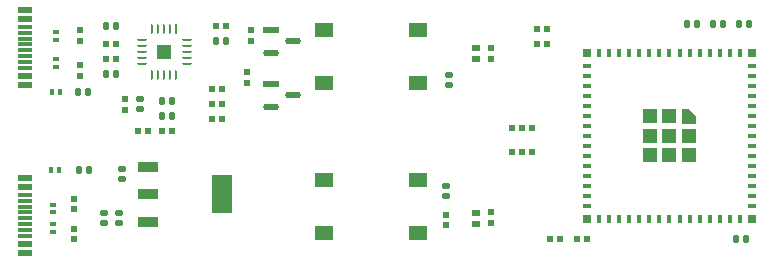
<source format=gtp>
G04*
G04 #@! TF.GenerationSoftware,Altium Limited,Altium Designer,24.9.1 (31)*
G04*
G04 Layer_Color=8421504*
%FSLAX44Y44*%
%MOMM*%
G71*
G04*
G04 #@! TF.SameCoordinates,318047C4-B972-4631-9CD3-40AE8DFBCC20*
G04*
G04*
G04 #@! TF.FilePolarity,Positive*
G04*
G01*
G75*
%ADD16R,1.2965X1.2965*%
%ADD17R,0.5400X0.6000*%
G04:AMPARAMS|DCode=18|XSize=0.6mm|YSize=0.54mm|CornerRadius=0.1431mm|HoleSize=0mm|Usage=FLASHONLY|Rotation=270.000|XOffset=0mm|YOffset=0mm|HoleType=Round|Shape=RoundedRectangle|*
%AMROUNDEDRECTD18*
21,1,0.6000,0.2538,0,0,270.0*
21,1,0.3138,0.5400,0,0,270.0*
1,1,0.2862,-0.1269,-0.1569*
1,1,0.2862,-0.1269,0.1569*
1,1,0.2862,0.1269,0.1569*
1,1,0.2862,0.1269,-0.1569*
%
%ADD18ROUNDEDRECTD18*%
%ADD19R,0.6000X0.5400*%
%ADD20R,1.2000X1.2000*%
%ADD21R,0.8000X0.4000*%
%ADD22R,0.4000X0.8000*%
%ADD23R,0.8000X0.8000*%
%ADD24R,1.5500X1.3000*%
%ADD25R,0.7000X0.6000*%
G04:AMPARAMS|DCode=26|XSize=0.6mm|YSize=0.54mm|CornerRadius=0.1431mm|HoleSize=0mm|Usage=FLASHONLY|Rotation=0.000|XOffset=0mm|YOffset=0mm|HoleType=Round|Shape=RoundedRectangle|*
%AMROUNDEDRECTD26*
21,1,0.6000,0.2538,0,0,0.0*
21,1,0.3138,0.5400,0,0,0.0*
1,1,0.2862,0.1569,-0.1269*
1,1,0.2862,-0.1569,-0.1269*
1,1,0.2862,-0.1569,0.1269*
1,1,0.2862,0.1569,0.1269*
%
%ADD26ROUNDEDRECTD26*%
%ADD27R,0.3500X0.6000*%
%ADD28R,0.6000X0.3500*%
G04:AMPARAMS|DCode=29|XSize=0.9mm|YSize=1.75mm|CornerRadius=0.0495mm|HoleSize=0mm|Usage=FLASHONLY|Rotation=90.000|XOffset=0mm|YOffset=0mm|HoleType=Round|Shape=RoundedRectangle|*
%AMROUNDEDRECTD29*
21,1,0.9000,1.6510,0,0,90.0*
21,1,0.8010,1.7500,0,0,90.0*
1,1,0.0990,0.8255,0.4005*
1,1,0.0990,0.8255,-0.4005*
1,1,0.0990,-0.8255,-0.4005*
1,1,0.0990,-0.8255,0.4005*
%
%ADD29ROUNDEDRECTD29*%
G04:AMPARAMS|DCode=30|XSize=3.2mm|YSize=1.75mm|CornerRadius=0.0525mm|HoleSize=0mm|Usage=FLASHONLY|Rotation=90.000|XOffset=0mm|YOffset=0mm|HoleType=Round|Shape=RoundedRectangle|*
%AMROUNDEDRECTD30*
21,1,3.2000,1.6450,0,0,90.0*
21,1,3.0950,1.7500,0,0,90.0*
1,1,0.1050,0.8225,1.5475*
1,1,0.1050,0.8225,-1.5475*
1,1,0.1050,-0.8225,-1.5475*
1,1,0.1050,-0.8225,1.5475*
%
%ADD30ROUNDEDRECTD30*%
G04:AMPARAMS|DCode=31|XSize=0.2425mm|YSize=0.8397mm|CornerRadius=0.1212mm|HoleSize=0mm|Usage=FLASHONLY|Rotation=270.000|XOffset=0mm|YOffset=0mm|HoleType=Round|Shape=RoundedRectangle|*
%AMROUNDEDRECTD31*
21,1,0.2425,0.5972,0,0,270.0*
21,1,0.0000,0.8397,0,0,270.0*
1,1,0.2425,-0.2986,0.0000*
1,1,0.2425,-0.2986,0.0000*
1,1,0.2425,0.2986,0.0000*
1,1,0.2425,0.2986,0.0000*
%
%ADD31ROUNDEDRECTD31*%
G04:AMPARAMS|DCode=32|XSize=0.8397mm|YSize=0.2425mm|CornerRadius=0.1212mm|HoleSize=0mm|Usage=FLASHONLY|Rotation=270.000|XOffset=0mm|YOffset=0mm|HoleType=Round|Shape=RoundedRectangle|*
%AMROUNDEDRECTD32*
21,1,0.8397,0.0000,0,0,270.0*
21,1,0.5972,0.2425,0,0,270.0*
1,1,0.2425,0.0000,-0.2986*
1,1,0.2425,0.0000,0.2986*
1,1,0.2425,0.0000,0.2986*
1,1,0.2425,0.0000,-0.2986*
%
%ADD32ROUNDEDRECTD32*%
%ADD33R,0.2425X0.8397*%
G04:AMPARAMS|DCode=34|XSize=1.3571mm|YSize=0.5721mm|CornerRadius=0.2861mm|HoleSize=0mm|Usage=FLASHONLY|Rotation=0.000|XOffset=0mm|YOffset=0mm|HoleType=Round|Shape=RoundedRectangle|*
%AMROUNDEDRECTD34*
21,1,1.3571,0.0000,0,0,0.0*
21,1,0.7850,0.5721,0,0,0.0*
1,1,0.5721,0.3925,0.0000*
1,1,0.5721,-0.3925,0.0000*
1,1,0.5721,-0.3925,0.0000*
1,1,0.5721,0.3925,0.0000*
%
%ADD34ROUNDEDRECTD34*%
%ADD35R,1.3571X0.5721*%
%ADD36R,1.1500X0.6000*%
%ADD37R,1.1500X0.3000*%
G36*
X618840Y133680D02*
Y145680D01*
X624840D01*
X630840Y139680D01*
Y133680D01*
X618840D01*
D02*
G37*
D16*
X180504Y194205D02*
D03*
D17*
X492000Y129540D02*
D03*
X483360D02*
D03*
X492260Y109220D02*
D03*
X483620D02*
D03*
X474980D02*
D03*
X483620D02*
D03*
X538480Y35560D02*
D03*
X529840D02*
D03*
X474980Y129540D02*
D03*
X483620D02*
D03*
X496060Y200660D02*
D03*
X504700D02*
D03*
X496060Y213360D02*
D03*
X504700D02*
D03*
X515620Y35560D02*
D03*
X506980D02*
D03*
X229360Y150280D02*
D03*
X220720D02*
D03*
X229360Y162980D02*
D03*
X220720D02*
D03*
X229360Y137580D02*
D03*
X220720D02*
D03*
X139700Y200660D02*
D03*
X131060D02*
D03*
X139700Y187960D02*
D03*
X131060D02*
D03*
X224280Y216320D02*
D03*
X232920D02*
D03*
X178340Y127000D02*
D03*
X186980D02*
D03*
X166880D02*
D03*
X158240D02*
D03*
D18*
X675840Y218180D02*
D03*
X667240D02*
D03*
X653760D02*
D03*
X645160D02*
D03*
X664500Y35560D02*
D03*
X673100D02*
D03*
X623080Y218180D02*
D03*
X631680D02*
D03*
X108240Y93980D02*
D03*
X116840D02*
D03*
X139700Y215900D02*
D03*
X131100D02*
D03*
X139700Y175260D02*
D03*
X131100D02*
D03*
X224280Y203620D02*
D03*
X232880D02*
D03*
X178360Y139700D02*
D03*
X186960D02*
D03*
X107460Y160020D02*
D03*
X116060D02*
D03*
X178360Y152400D02*
D03*
X186960D02*
D03*
D19*
X147000Y154160D02*
D03*
Y145520D02*
D03*
X418840Y56120D02*
D03*
Y47480D02*
D03*
X457200Y188720D02*
D03*
Y197360D02*
D03*
Y58420D02*
D03*
Y49780D02*
D03*
X254000Y212600D02*
D03*
Y203960D02*
D03*
X250622Y168367D02*
D03*
Y177007D02*
D03*
X104140Y69600D02*
D03*
Y60960D02*
D03*
Y35560D02*
D03*
Y44200D02*
D03*
X109220Y212600D02*
D03*
Y203960D02*
D03*
Y174240D02*
D03*
Y182880D02*
D03*
D20*
X608340Y139680D02*
D03*
X591840D02*
D03*
Y123180D02*
D03*
Y106680D02*
D03*
X608340D02*
D03*
X624840D02*
D03*
Y123180D02*
D03*
X608340D02*
D03*
D21*
X678340Y182680D02*
D03*
Y174180D02*
D03*
Y165680D02*
D03*
Y157180D02*
D03*
Y148680D02*
D03*
Y140180D02*
D03*
Y131680D02*
D03*
Y123180D02*
D03*
Y114680D02*
D03*
Y106180D02*
D03*
Y97680D02*
D03*
Y89180D02*
D03*
Y80680D02*
D03*
Y72180D02*
D03*
Y63680D02*
D03*
X538340D02*
D03*
Y72180D02*
D03*
Y80680D02*
D03*
Y89180D02*
D03*
Y97680D02*
D03*
Y106180D02*
D03*
Y114680D02*
D03*
Y123180D02*
D03*
Y131680D02*
D03*
Y140180D02*
D03*
Y148680D02*
D03*
Y157180D02*
D03*
Y165680D02*
D03*
Y174180D02*
D03*
Y182680D02*
D03*
D22*
X667840Y53180D02*
D03*
X659340D02*
D03*
X650840D02*
D03*
X642340D02*
D03*
X633840D02*
D03*
X625340D02*
D03*
X616840D02*
D03*
X608340D02*
D03*
X599840D02*
D03*
X591340D02*
D03*
X582840D02*
D03*
X574340D02*
D03*
X565840D02*
D03*
X557340D02*
D03*
X548840D02*
D03*
Y193180D02*
D03*
X557340D02*
D03*
X565840D02*
D03*
X574340D02*
D03*
X582840D02*
D03*
X591340D02*
D03*
X599840D02*
D03*
X608340D02*
D03*
X616840D02*
D03*
X625340D02*
D03*
X633840D02*
D03*
X642340D02*
D03*
X650840D02*
D03*
X659340D02*
D03*
X667840D02*
D03*
D23*
X538340Y53180D02*
D03*
X678340D02*
D03*
X538340Y193180D02*
D03*
X678340D02*
D03*
D24*
X395350Y168000D02*
D03*
X315850D02*
D03*
X395350Y213000D02*
D03*
X315850D02*
D03*
X395350Y41000D02*
D03*
X315850D02*
D03*
X395350Y86000D02*
D03*
X315850D02*
D03*
D25*
X444500Y187960D02*
D03*
Y197460D02*
D03*
Y57760D02*
D03*
Y48260D02*
D03*
D26*
X421640Y174480D02*
D03*
Y165880D02*
D03*
X418840Y80500D02*
D03*
Y71900D02*
D03*
X142240Y49040D02*
D03*
Y57640D02*
D03*
X129540Y49040D02*
D03*
Y57640D02*
D03*
X144780Y94960D02*
D03*
Y86360D02*
D03*
X159700Y154160D02*
D03*
Y145560D02*
D03*
D27*
X84940Y93980D02*
D03*
X91440D02*
D03*
X85650Y160020D02*
D03*
X92150D02*
D03*
D28*
X86360Y64920D02*
D03*
Y58420D02*
D03*
Y41760D02*
D03*
Y48260D02*
D03*
X88900Y181460D02*
D03*
Y187960D02*
D03*
Y210820D02*
D03*
Y204320D02*
D03*
D29*
X166870Y96660D02*
D03*
Y73660D02*
D03*
Y50660D02*
D03*
D30*
X229370Y73660D02*
D03*
D31*
X199655Y204205D02*
D03*
Y199205D02*
D03*
Y194205D02*
D03*
Y189205D02*
D03*
Y184205D02*
D03*
X161345D02*
D03*
Y189205D02*
D03*
Y194205D02*
D03*
Y199205D02*
D03*
Y204205D02*
D03*
D32*
X190500Y175050D02*
D03*
X185500D02*
D03*
X180500D02*
D03*
X175500D02*
D03*
X170500D02*
D03*
Y213360D02*
D03*
X175500D02*
D03*
X180500D02*
D03*
X185500D02*
D03*
D33*
X190500D02*
D03*
D34*
X289560Y203200D02*
D03*
X270549Y193700D02*
D03*
X289560Y157480D02*
D03*
X270549Y147980D02*
D03*
D35*
Y212700D02*
D03*
Y166980D02*
D03*
D36*
X62900Y23900D02*
D03*
Y87900D02*
D03*
Y79900D02*
D03*
Y31900D02*
D03*
Y166100D02*
D03*
Y230100D02*
D03*
Y222100D02*
D03*
Y174100D02*
D03*
D37*
Y38400D02*
D03*
Y43400D02*
D03*
Y48400D02*
D03*
Y53400D02*
D03*
Y58400D02*
D03*
Y63400D02*
D03*
Y68400D02*
D03*
Y73400D02*
D03*
Y180600D02*
D03*
Y185600D02*
D03*
Y190600D02*
D03*
Y195600D02*
D03*
Y200600D02*
D03*
Y205600D02*
D03*
Y210600D02*
D03*
Y215600D02*
D03*
M02*

</source>
